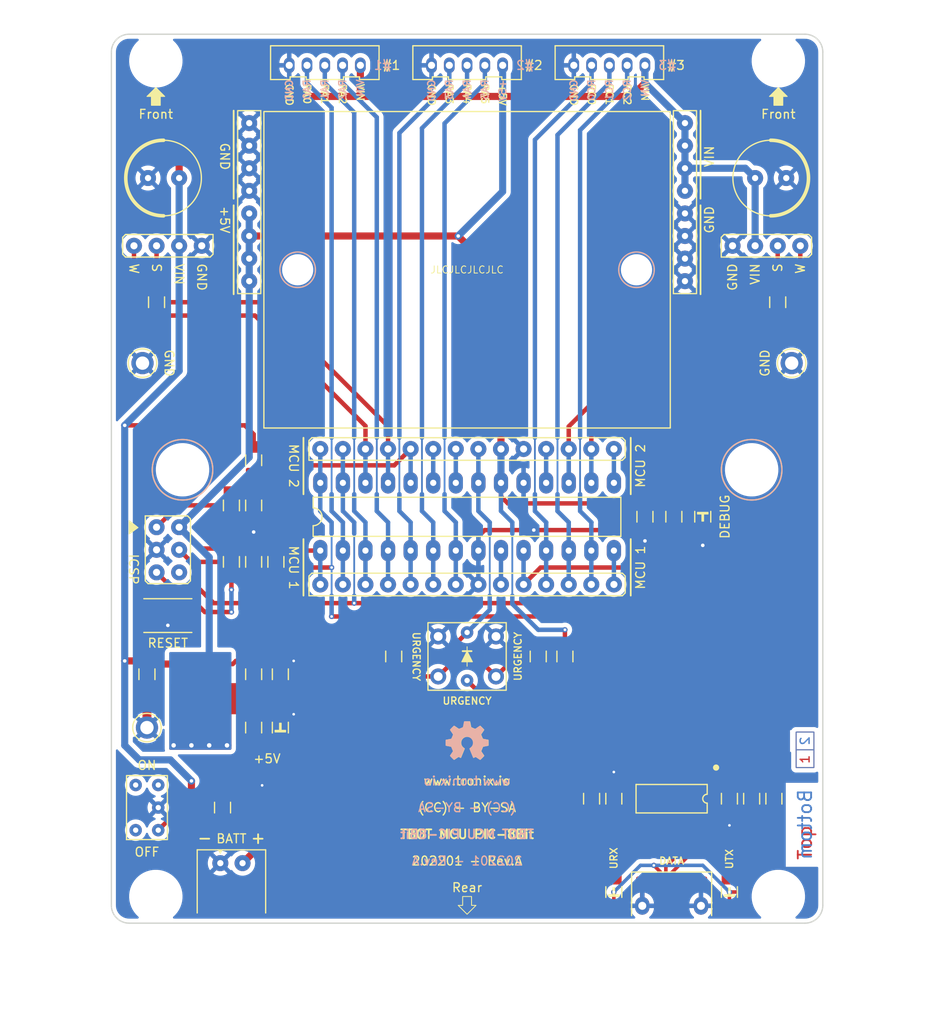
<source format=kicad_pcb>
(kicad_pcb (version 20211014) (generator pcbnew)
  (title_block (title "TBOT - MCU PIC-8Bit") (date "01/2022") (rev "A"))
  (layers (0 "F.Cu" signal) (31 "B.Cu" signal) (34 "B.Paste" user) (35 "F.Paste" user) (36 "B.SilkS" user "B.Silkscreen") (37 "F.SilkS" user "F.Silkscreen") (38 "B.Mask" user) (39 "F.Mask" user) (44 "Edge.Cuts" user))
  (net 0 "")
  (net 1 "GND")
  (net 2 "VIN")
  (net 3 "~{MCLR}")
  (net 4 "VUSB")
  (net 5 "VBAT")
  (net 6 "/MCU/RB3{slash}BATTERY_SENSE")
  (net 7 "Net-(C402-Pad1)")
  (net 8 "+5V")
  (net 9 "/HID/RA0")
  (net 10 "/HID/RA1")
  (net 11 "/HID/RA2")
  (net 12 "/HID/RA3")
  (net 13 "/HID/RA4")
  (net 14 "/HID/RA5")
  (net 15 "RB2")
  (net 16 "/HID/RA6{slash}LED")
  (net 17 "/HID/RC0")
  (net 18 "/HID/RC1")
  (net 19 "/HID/D-")
  (net 20 "/HID/D+")
  (net 21 "/HID/RC2")
  (net 22 "RB1")
  (net 23 "RC7")
  (net 24 "/HID/RC5{slash}SERVO_R")
  (net 25 "/HID/RC6{slash}WHEEL_R")
  (net 26 "RC4")
  (net 27 "/HID/RB0{slash}EMERGENCY")
  (net 28 "RC3")
  (net 29 "RA7")
  (net 30 "/HID/RB4{slash}WHEEL_L")
  (net 31 "/HID/RB5{slash}SERVO_L")
  (net 32 "Net-(IC401-Pad2)")
  (net 33 "Net-(IC401-Pad3)")
  (net 34 "Net-(IC401-Pad4)")
  (net 39 "Net-(LED201-Pad2)")
  (net 41 "/HID/RB6{slash}PGC{slash}UTX")
  (net 42 "Net-(LED401-Pad2)")
  (net 43 "/HID/RB7{slash}PGD{slash}URX")
  (net 44 "Net-(LED402-Pad1)")
  (net 45 "Net-(LED403-Pad1)")
  (net 46 "Net-(R402-Pad1)")
  (net 47 "Net-(K406-Pad3)")
  (net 48 "Net-(R201-Pad1)")
  (net 49 "Net-(R201-Pad2)")
  (net 50 "Net-(K408-Pad3)")
  (net 51 "Net-(C301-Pad1)")
  (net 53 "Net-(R401-Pad1)")
  (footprint "tronixio:RESISTOR-1206" (layer "F.Cu") (at 116 128 90)
    (fp_text reference "R202")
    (fp_text value "4K7")
  )
  (footprint "tronixio:HARWIN-M20-999144x" (layer "F.Cu") (at 123.49 111.9 90)
    (fp_text reference "K301")
    (fp_text value "MCU 1")
  )
  (footprint "tronixio:KEYSTONE-5006" (layer "F.Cu") (at 103.5 87)
    (fp_text reference "TP203")
    (fp_text value "GND")
  )
  (footprint "tronixio:E-SWITCH-200USPXT1A1M2RE" (layer "F.Cu") (at 104 137)
    (fp_text reference "S201")
    (fp_text value "Power")
  )
  (footprint "tronixio:M3-MASK" (layer "F.Cu") (at 105 147)
    (fp_text reference "H101" hide)
    (fp_text value "MOUNTING-HOLE-MASK-3MM" hide)
  )
  (footprint "tronixio:RESISTOR-1206" (layer "F.Cu") (at 163.25 104.28 -90)
    (fp_text reference "R404")
    (fp_text value "4K7")
  )
  (footprint "tronixio:KEYSTONE-5006" (layer "F.Cu") (at 104 128)
    (fp_text reference "TP202")
    (fp_text value "GND")
  )
  (footprint "tronixio:SOT-223-3" (layer "F.Cu") (at 110 124 -90)
    (fp_text reference "IC201")
    (fp_text value "TLV1117-50")
  )
  (footprint "tronixio:FCI-USB-TYPE-B-MICRO-THT" (layer "F.Cu") (at 163 147.5 90)
    (fp_text reference "K407")
    (fp_text value "USB/UART")
  )
  (footprint "tronixio:HARWIN-M20-999144x" (layer "F.Cu") (at 123.49 96.66 90)
    (fp_text reference "K303")
    (fp_text value "MCU 2")
  )
  (footprint "tronixio:OSHW-5MM" (layer "F.Cu") (at 140 129.5)
    (fp_text reference "G***" hide)
    (fp_text value "LOGO" hide)
  )
  (footprint "tronixio:M3-MASK" (layer "F.Cu") (at 108 99)
    (fp_text reference "H106" hide)
    (fp_text value "MOUNTING-HOLE-MASK-3MM" hide)
  )
  (footprint "tronixio:RESISTOR-1206" (layer "F.Cu") (at 174.93 80.15 90)
    (fp_text reference "R408")
    (fp_text value "220Ω")
  )
  (footprint "tronixio:RESISTOR-1206" (layer "F.Cu") (at 154 136 -90)
    (fp_text reference "R407")
    (fp_text value "4K7")
  )
  (footprint "tronixio:RESISTOR-1206" (layer "F.Cu") (at 118.5 109.36 -90)
    (fp_text reference "R302")
    (fp_text value "1K")
  )
  (footprint "tronixio:CAPACITOR-1206" (layer "F.Cu") (at 156.5 136 90)
    (fp_text reference "C402")
    (fp_text value "470n")
  )
  (footprint "tronixio:M3-MASK" (layer "F.Cu") (at 175 53)
    (fp_text reference "H104" hide)
    (fp_text value "MOUNTING-HOLE-MASK-3MM" hide)
  )
  (footprint "tronixio:LED-1206" (layer "F.Cu") (at 169.5 146.5 -90)
    (fp_text reference "LED403")
    (fp_text value "UTX")
  )
  (footprint "tronixio:CAPACITOR-1206" (layer "F.Cu") (at 116 122 90)
    (fp_text reference "C202")
    (fp_text value "100n")
  )
  (footprint "tronixio:DIP-28-W762-SOCKET" (layer "F.Cu") (at 123.49 108.09 90)
    (fp_text reference "IC301")
    (fp_text value "PIC16F1778")
  )
  (footprint "tronixio:E-SWITCH-TL1240XQ1JXXX" (layer "F.Cu") (at 140 120 180)
    (fp_text reference "S401")
    (fp_text value "EMERGENCY")
  )
  (footprint "tronixio:HARWIN-M20-782084x" (layer "F.Cu") (at 164.5 60)
    (fp_text reference "K403")
    (fp_text value "VIN" hide)
  )
  (footprint "tronixio:CAPACITOR-ELECTROLYTIC-RADIAL-080-115-035" (layer "F.Cu") (at 174.14 66.18)
    (fp_text reference "C404")
    (fp_text value "220µ/25V")
  )
  (footprint "tronixio:CAPACITOR-1206" (layer "F.Cu") (at 119 122 90)
    (fp_text reference "C203")
    (fp_text value "10µ")
  )
  (footprint "tronixio:M3-MASK" (layer "F.Cu") (at 175 147)
    (fp_text reference "H102" hide)
    (fp_text value "MOUNTING-HOLE-MASK-3MM" hide)
  )
  (footprint "tronixio:SOT-23-3" (layer "F.Cu") (at 116 137 -90)
    (fp_text reference "T201")
    (fp_text value "DMP2305U")
  )
  (footprint "tronixio:M3-MASK" (layer "F.Cu") (at 105 53)
    (fp_text reference "H105" hide)
    (fp_text value "MOUNTING-HOLE-MASK-3MM" hide)
  )
  (footprint "tronixio:CAPACITOR-1206" (layer "F.Cu") (at 116 109.36 90)
    (fp_text reference "C301")
    (fp_text value "100n")
  )
  (footprint "tronixio:CAPACITOR-1206" (layer "F.Cu") (at 104 122 -90)
    (fp_text reference "C201")
    (fp_text value "10µ")
  )
  (footprint "tronixio:LED-1206" (layer "F.Cu") (at 119 128 -90)
    (fp_text reference "LED201")
    (fp_text value "Power")
  )
  (footprint "tronixio:RESISTOR-1206" (layer "F.Cu") (at 113.5 109.36 90)
    (fp_text reference "R301")
    (fp_text value "10K")
  )
  (footprint "tronixio:KEYSTONE-5006" (layer "F.Cu") (at 176.5 87)
    (fp_text reference "TP201")
    (fp_text value "GND")
  )
  (footprint "tronixio:RESISTOR-1206" (layer "F.Cu") (at 148 120 -90)
    (fp_text reference "R402")
    (fp_text value "150Ω")
  )
  (footprint "tronixio:LED-1206" (layer "F.Cu") (at 156.5 146.5 -90)
    (fp_text reference "LED402")
    (fp_text value "URX")
  )
  (footprint "tronixio:HARWIN-M20-999044x" (layer "F.Cu") (at 169.85 73.8 90)
    (fp_text reference "K408")
    (fp_text value "SERVO RIGHT")
  )
  (footprint "tronixio:RESISTOR-1206" (layer "F.Cu") (at 116 97.93 90)
    (fp_text reference "R203")
    (fp_text value "7K5")
  )
  (footprint "tronixio:BREADBOARD-170" (layer "F.Cu") (at 140 76.5)
    (fp_text reference "BB401")
    (fp_text value "BREADBOARD-170" hide)
  )
  (footprint "tronixio:RESISTOR-1206" (layer "F.Cu") (at 113.5 103.01 90)
    (fp_text reference "R204")
    (fp_text value "10K")
  )
  (footprint "tronixio:HARWIN-M20-998034x" (layer "F.Cu") (at 105.08 105.46)
    (fp_text reference "K302")
    (fp_text value "ICSP")
  )
  (footprint "tronixio:CAPACITOR-1206" (layer "F.Cu") (at 169.5 136 -90)
    (fp_text reference "C403")
    (fp_text value "100n")
  )
  (footprint "tronixio:RESISTOR-1206" (layer "F.Cu") (at 151 120 90)
    (fp_text reference "R401")
    (fp_text value "220Ω")
  )
  (footprint "tronixio:MOLEX-22057025" (layer "F.Cu") (at 112.25 143.25 180)
    (fp_text reference "K201")
    (fp_text value "Battery")
  )
  (footprint "tronixio:RESISTOR-1206" (layer "F.Cu") (at 172 136 -90)
    (fp_text reference "R409")
    (fp_text value "4K7")
  )
  (footprint "tronixio:LED-1206" (layer "F.Cu") (at 166.5 104.28 90)
    (fp_text reference "LED401")
    (fp_text value "Debug")
  )
  (footprint "tronixio:RESISTOR-1206" (layer "F.Cu") (at 105.08 80.15 90)
    (fp_text reference "R405")
    (fp_text value "220Ω")
  )
  (footprint "tronixio:RESISTOR-1206" (layer "F.Cu") (at 112.5 137 90)
    (fp_text reference "R201")
    (fp_text value "1M")
  )
  (footprint "tronixio:HARWIN-M20-782084x" (layer "F.Cu") (at 115.5 77.78 180)
    (fp_text reference "K404")
    (fp_text value "+5V")
  )
  (footprint "tronixio:M3-MASK" (layer "F.Cu") (at 172 99)
    (fp_text reference "H103" hide)
    (fp_text value "MOUNTING-HOLE-MASK-3MM" hide)
  )
  (footprint "tronixio:MOLEX-532530570" (layer "F.Cu") (at 136 53.5)
    (fp_text reference "K402")
    (fp_text value "FRONT #2")
  )
  (footprint "tronixio:MOLEX-532530570" (layer "F.Cu") (at 152 53.5)
    (fp_text reference "K405")
    (fp_text value "FRONT #3")
  )
  (footprint "tronixio:HARWIN-M20-999044x" (layer "F.Cu") (at 110.16 73.8 -90)
    (fp_text reference "K406")
    (fp_text value "SERVO LEFT")
  )
  (footprint "tronixio:ALPS-SKRPAC" (layer "F.Cu") (at 106.35 115.4)
    (fp_text reference "S301")
    (fp_text value "Reset")
  )
  (footprint "tronixio:CAPACITOR-1206" (layer "F.Cu") (at 160 104.28 -90)
    (fp_text reference "C302")
    (fp_text value "100n")
  )
  (footprint "tronixio:SOT-23-3" (layer "F.Cu") (at 109 137 90)
    (fp_text reference "T202")
    (fp_text value "DMP2305U")
  )
  (footprint "tronixio:RESISTOR-1206" (layer "F.Cu") (at 131.75 120 90)
    (fp_text reference "R403")
    (fp_text value "330Ω")
  )
  (footprint "tronixio:MOLEX-532530570" (layer "F.Cu") (at 120 53.5)
    (fp_text reference "K401")
    (fp_text value "FRONT #1")
  )
  (footprint "tronixio:CAPACITOR-ELECTROLYTIC-RADIAL-080-115-035" (layer "F.Cu") (at 105.87 66.18 180)
    (fp_text reference "C401")
    (fp_text value "220µ/25V")
  )
  (footprint "tronixio:CAPACITOR-1206" (layer "F.Cu") (at 116 103.01 -90)
    (fp_text reference "C204")
    (fp_text value "100n")
  )
  (footprint "tronixio:RESISTOR-1206" (layer "F.Cu") (at 174.5 136 -90)
    (fp_text reference "R406")
    (fp_text value "10K")
  )
  (footprint "tronixio:SOIC-SL-14" (layer "F.Cu") (at 163 136 -90)
    (fp_text reference "IC401")
    (fp_text value "MCP2221A")
  )
  (footprint "tronixio:OSHW-5MM" (layer "B.Cu") (at 140 129.5 180)
    (fp_text reference "G***" hide)
    (fp_text value "LOGO" hide)
  )
  (gr_rect (start 179 132.5) (end 177 128.5) (layer "F.Cu") (width 0.1) (fill none))
  (gr_line (start 179 130.5) (end 177 130.5) (layer "F.Cu") (width 0.1))
  (gr_line (start 179 130.5) (end 177 130.5) (layer "B.Cu") (width 0.1))
  (gr_rect (start 179 132.5) (end 177 128.5) (layer "B.Cu") (width 0.1) (fill none))
  (gr_line (start 158.4 95.4) (end 158.4 101.75) (layer "F.SilkS") (width 0.2))
  (gr_line (start 121.6 113.15) (end 121.6 106.8) (layer "F.SilkS") (width 0.2))
  (gr_line (start 113.75 58.6) (end 113.75 68.5) (layer "F.SilkS") (width 0.2))
  (gr_line (start 166.25 69.25) (end 166.25 79.25) (layer "F.SilkS") (width 0.2))
  (gr_line (start 113.75 69.25) (end 113.75 79.25) (layer "F.SilkS") (width 0.2))
  (gr_circle (center 168 132.5) (end 168.25 132.5) (layer "F.SilkS") (width 0.2) (fill solid))
  (gr_line (start 111 140.5) (end 110 140.5) (layer "F.SilkS") (width 0.2))
  (gr_poly (pts (xy 106 57) (xy 105.5 57) (xy 105.5 58) (xy 104.5 58) (xy 104.5 57) (xy 104 57) (xy 105 56)) (layer "F.SilkS") (width 0.1) (fill solid))
  (gr_line (start 116 140.5) (end 117 140.5) (layer "F.SilkS") (width 0.2))
  (gr_poly (pts (xy 103 105.5) (xy 102 106.22) (xy 102 104.72)) (layer "F.SilkS") (width 0.1) (fill solid))
  (gr_line (start 166.25 58.6) (end 166.25 68.5) (layer "F.SilkS") (width 0.2))
  (gr_poly (pts (xy 176 57) (xy 175.5 57) (xy 175.5 58) (xy 174.5 58) (xy 174.5 57) (xy 174 57) (xy 175 56)) (layer "F.SilkS") (width 0.1) (fill solid))
  (gr_poly (pts (xy 140.5 148) (xy 141 148) (xy 140 149) (xy 139 148) (xy 139.5 148) (xy 139.5 147) (xy 140.5 147)) (layer "F.SilkS") (width 0.1) (fill none))
  (gr_line (start 116.5 140) (end 116.5 141) (layer "F.SilkS") (width 0.2))
  (gr_line (start 158.4 113.15) (end 158.4 106.8) (layer "F.SilkS") (width 0.2))
  (gr_line (start 121.6 95.4) (end 121.6 101.75) (layer "F.SilkS") (width 0.2))
  (gr_arc (start 100 52) (mid 100.585786 50.585787) (end 101.999999 50.000001) (layer "Edge.Cuts") (width 0.15))
  (gr_arc (start 178.000001 49.999999) (mid 179.414214 50.585786) (end 180 52) (layer "Edge.Cuts") (width 0.15))
  (gr_line (start 178 50) (end 102 50) (layer "Edge.Cuts") (width 0.15))
  (gr_line (start 100 52) (end 100 148) (layer "Edge.Cuts") (width 0.15))
  (gr_line (start 102 150) (end 178 150) (layer "Edge.Cuts") (width 0.15))
  (gr_line (start 180 148) (end 180 52) (layer "Edge.Cuts") (width 0.15))
  (gr_arc (start 180 148) (mid 179.414214 149.414213) (end 178.000001 149.999999) (layer "Edge.Cuts") (width 0.15))
  (gr_arc (start 102 150) (mid 100.585787 149.414214) (end 100.000001 148.000001) (layer "Edge.Cuts") (width 0.15))
  (gr_text "Top" (at 178 143 90) (layer "F.Cu") (effects (font (size 1.5 1.5) (thickness 0.2)) (justify left)))
  (gr_text "1" (at 178 131.57 90) (layer "F.Cu") (effects (font (size 1 1))))
  (gr_text "2" (at 178 129.5 90) (layer "B.Cu") (effects (font (size 1 1)) (justify mirror)))
  (gr_text "Bottom" (at 178 143 90) (layer "B.Cu") (effects (font (size 1.5 1.5) (thickness 0.2)) (justify right mirror)))
  (gr_text "RA0" (at 122 55 90) (layer "B.SilkS") (effects (font (size 0.8 0.8)) (justify left mirror)))
  (gr_text "#1" (at 130.5 53.5) (layer "B.SilkS") (effects (font (size 1 1)) (justify mirror)))
  (gr_text "(CC) - BY-SA" (at 140 137) (layer "B.SilkS") (effects (font (size 1 1)) (justify mirror)))
  (gr_text "GND" (at 120 55 90) (layer "B.SilkS") (effects (font (size 0.8 0.8)) (justify left mirror)))
  (gr_text "RA1" (at 124 55 90) (layer "B.SilkS") (effects (font (size 0.8 0.8)) (justify left mirror)))
  (gr_text "+5V" (at 144 55 90) (layer "B.SilkS") (effects (font (size 0.8 0.8)) (justify left mirror)))
  (gr_text "202201 - Rev.A" (at 140 143) (layer "B.SilkS") (effects (font (size 1 1)) (justify mirror)))
  (gr_text "TBOT MCU PIC-8Bit" (at 140 140) (layer "B.SilkS") (effects (font (size 1 1) (thickness 0.2)) (justify mirror)))
  (gr_text "RA5" (at 142 55 90) (layer "B.SilkS") (effects (font (size 0.8 0.8)) (justify left mirror)))
  (gr_text "RC2" (at 158 55 90) (layer "B.SilkS") (effects (font (size 0.8 0.8)) (justify left mirror)))
  (gr_text "www.tronix.io" (at 140 134) (layer "B.SilkS") (effects (font (size 1 1)) (justify mirror)))
  (gr_text "RC0" (at 154 55 90) (layer "B.SilkS") (effects (font (size 0.8 0.8)) (justify left mirror)))
  (gr_text "RA4" (at 140 55 90) (layer "B.SilkS") (effects (font (size 0.8 0.8)) (justify left mirror)))
  (gr_text "VIN" (at 128 55 90) (layer "B.SilkS") (effects (font (size 0.8 0.8)) (justify left mirror)))
  (gr_text "VIN" (at 160 55 90) (layer "B.SilkS") (effects (font (size 0.8 0.8)) (justify left mirror)))
  (gr_text "#2" (at 146.5 53.5) (layer "B.SilkS") (effects (font (size 1 1)) (justify mirror)))
  (gr_text "RA3" (at 138 55 90) (layer "B.SilkS") (effects (font (size 0.8 0.8)) (justify left mirror)))
  (gr_text "#3" (at 162.5 53.5) (layer "B.SilkS") (effects (font (size 1 1)) (justify mirror)))
  (gr_text "RA2" (at 126 55 90) (layer "B.SilkS") (effects (font (size 0.8 0.8)) (justify left mirror)))
  (gr_text "GND" (at 152 55 90) (layer "B.SilkS") (effects (font (size 0.8 0.8)) (justify left mirror)))
  (gr_text "RC1" (at 156 55 90) (layer "B.SilkS") (effects (font (size 0.8 0.8)) (justify left mirror)))
  (gr_text "GND" (at 136 55 90) (layer "B.SilkS") (effects (font (size 0.8 0.8)) (justify left mirror)))
  (gr_text "VIN" (at 167.25 63.75 90) (layer "F.SilkS") (effects (font (size 1 1))))
  (gr_text "Rear" (at 140 146) (layer "F.SilkS") (effects (font (size 1 1))))
  (gr_text "Front" (at 175 59) (layer "F.SilkS") (effects (font (size 1 1))))
  (gr_text "TBOT MCU PIC-8Bit" (at 140 140) (layer "F.SilkS") (effects (font (size 1 1) (thickness 0.2))))
  (gr_text "MCU 2" (at 159.5 98.55 90) (layer "F.SilkS") (effects (font (size 1 1))))
  (gr_text "S" (at 105.08 75.705 270) (layer "F.SilkS") (effects (font (size 1 1)) (justify left)))
  (gr_text "GND" (at 112.75 63.75 270) (layer "F.SilkS") (effects (font (size 1 1))))
  (gr_text "JLCJLCJLCJLC" (at 140 76.5) (layer "F.SilkS") (effects (font (size 0.8 0.8) (thickness 0.1))))
  (gr_text "W" (at 102.54 75.705 270) (layer "F.SilkS") (effects (font (size 1 1)) (justify left)))
  (gr_text "RESET" (at 106.35 118.5) (layer "F.SilkS") (effects (font (size 1 1))))
  (gr_text "DATA" (at 163 143) (layer "F.SilkS") (effects (font (size 0.8 0.8))))
  (gr_text "URX" (at 156.5 144 90) (layer "F.SilkS") (effects (font (size 0.8 0.8)) (justify left)))
  (gr_text "GND" (at 110.16 75.705 270) (layer "F.SilkS") (effects (font (size 1 1)) (justify left)))
  (gr_text "GND" (at 136 55.5 270) (layer "F.SilkS") (effects (font (size 0.8 0.8)) (justify left)))
  (gr_text "ON" (at 104 132.25) (layer "F.SilkS") (effects (font (size 1 1))))
  (gr_text "RA1" (at 124 55.5 270) (layer "F.SilkS") (effects (font (size 0.8 0.8)) (justify left)))
  (gr_text "#3" (at 163.5 53.5) (layer "F.SilkS") (effects (font (size 1 1))))
  (gr_text "RA4" (at 140 55.5 270) (layer "F.SilkS") (effects (font (size 0.8 0.8)) (justify left)))
  (gr_text "www.tronix.io" (at 140 134) (layer "F.SilkS") (effects (font (size 1 1))))
  (gr_text "RA0" (at 122 55.5 270) (layer "F.SilkS") (effects (font (size 0.8 0.8)) (justify left)))
  (gr_text "VIN" (at 172.39 75.705 90) (layer "F.SilkS") (effects (font (size 1 1)) (justify right)))
  (gr_text "ICSP" (at 102.5 112 270) (layer "F.SilkS") (effects (font (size 1 1)) (justify right)))
  (gr_text "UTX" (at 169.5 144 90) (layer "F.SilkS") (effects (font (size 0.8 0.8)) (justify left)))
  (gr_text "URGENCY" (at 140 125) (layer "F.SilkS") (effects (font (size 0.8 0.8))))
  (gr_text "RA2" (at 126 55.5 270) (layer "F.SilkS") (effects (font (size 0.8 0.8)) (justify left)))
  (gr_text "VIN" (at 107.62 75.705 270) (layer "F.SilkS") (effects (font (size 1 1)) (justify left)))
  (gr_text "DEBUG" (at 169 104.28 90) (layer "F.SilkS") (effects (font (size 1 1))))
  (gr_text "202201 - Rev.A" (at 140 143) (layer "F.SilkS") (effects (font (size 1 1))))
  (gr_text "GND" (at 152 55.5 270) (layer "F.SilkS") (effects (font (size 0.8 0.8)) (justify left)))
  (gr_text "GND" (at 169.85 75.705 90) (layer "F.SilkS") (effects (font (size 1 1)) (justify right)))
  (gr_text "MCU 2" (at 120.5 98.55 270) (layer "F.SilkS") (effects (font (size 1 1))))
  (gr_text "RA3" (at 138 55.5 270) (layer "F.SilkS") (effects (font (size 0.8 0.8)) (justify left)))
  (gr_text "RA5" (at 142 55.5 270) (layer "F.SilkS") (effects (font (size 0.8 0.8)) (justify left)))
  (gr_text "GND" (at 120 55.5 270) (layer "F.SilkS") (effects (font (size 0.8 0.8)) (justify left)))
  (gr_text "URGENCY" (at 134.29 120 270) (layer "F.SilkS") (effects (font (size 0.8 0.8))))
  (gr_text "MCU 1" (at 120.5 110 270) (layer "F.SilkS") (effects (font (size 1 1))))
  (gr_text "VIN" (at 160 55.5 270) (layer "F.SilkS") (effects (font (size 0.8 0.8)) (justify left)))
  (gr_text "#2" (at 147.5 53.5) (layer "F.SilkS") (effects (font (size 1 1))))
  (gr_text "GND" (at 106.5 87 270) (layer "F.SilkS") (effects (font (size 1 1))))
  (gr_text "GND" (at 167.25 69.25 90) (layer "F.SilkS") (effects (font (size 1 1)) (justify right)))
  (gr_text "S" (at 174.93 75.705 90) (layer "F.SilkS") (effects (font (size 1 1)) (justify right)))
  (gr_text "OFF" (at 104 142) (layer "F.SilkS") (effects (font (size 1 1))))
  (gr_text "+5V" (at 144 55.5 270) (layer "F.SilkS") (effects (font (size 0.8 0.8)) (justify left)))
  (gr_text "+5V" (at 117.5 131.5) (layer "F.SilkS") (effects (font (size 1 1))))
  (gr_text "Front" (at 105 59) (layer "F.SilkS") (effects (font (size 1 1))))
  (gr_text "W" (at 177.47 75.705 90) (layer "F.SilkS") (effects (font (size 1 1)) (justify right)))
  (gr_text "VIN" (at 128 55.5 270) (layer "F.SilkS") (effects (font (size 0.8 0.8)) (justify left)))
  (gr_text "+5V" (at 112.75 69.25 270) (layer "F.SilkS") (effects (font (size 1 1)) (justify left)))
  (gr_text "MCU 1" (at 159.5 110 90) (layer "F.SilkS") (effects (font (size 1 1))))
  (gr_text "GND" (at 173.5 87 90) (layer "F.SilkS") (effects (font (size 1 1))))
  (gr_text "URGENCY" (at 145.72 120 90) (layer "F.SilkS") (effects (font (size 0.8 0.8))))
  (gr_text "(CC) - BY-SA" (at 140 137) (layer "F.SilkS") (effects (font (size 1 1))))
  (gr_text "RC2" (at 158 55.5 270) (layer "F.SilkS") (effects (font (size 0.8 0.8)) (justify left)))
  (gr_text "BATT" (at 113.5 140.5) (layer "F.SilkS") (effects (font (size 1 1))))
  (gr_text "#1" (at 131.5 53.5) (layer "F.SilkS") (effects (font (size 1 1))))
  (gr_text "RC0" (at 154 55.5 270) (layer "F.SilkS") (effects (font (size 0.8 0.8)) (justify left)))
  (gr_text "RC1" (at 156 55.5 270) (layer "F.SilkS") (effects (font (size 0.8 0.8)) (justify left)))
  (segment (start 160 107) (end 160 105.78) (width 0.5) (layer "F.Cu") (net 1))
  (segment (start 166.5 107.5) (end 166.5 105.78) (width 0.5) (layer "F.Cu") (net 1))
  (segment (start 160 105.78) (end 147.5 105.78) (width 0.5) (layer "F.Cu") (net 1))
  (segment (start 164.75 145.25) (end 164.3 145.25) (width 0.4) (layer "F.Cu") (net 1))
  (segment (start 141.27 106.5) (end 141.27 108.09) (width 0.5) (layer "F.Cu") (net 1))
  (segment (start 104.25 116.5) (end 108.45 116.5) (width 0.5) (layer "F.Cu") (net 1))
  (segment (start 159.7 148.05) (end 159.7 145.75) (width 0.5) (layer "F.Cu") (net 1))
  (segment (start 113.5 104.51) (end 116 104.51) (width 0.5) (layer "F.Cu") (net 1))
  (segment (start 166.3 148.05) (end 166.3 145.75) (width 0.5) (layer "F.Cu") (net 1))
  (segment (start 147.5 105.78) (end 141.99 105.78) (width 0.5) (layer "F.Cu") (net 1))
  (segment (start 104 128) (end 104 123.5) (width 1) (layer "F.Cu") (net 1))
  (segment (start 156.5 134.5) (end 156.5 133) (width 0.5) (layer "F.Cu") (net 1))
  (segment (start 114 120.5) (end 116 120.5) (width 0.5) (layer "F.Cu") (net 1))
  (segment (start 168 139) (end 169.5 139) (width 0.5) (layer "F.Cu") (net 1))
  (segment (start 119 126.5) (end 120.5 126.5) (width 0.5) (layer "F.Cu") (net 1))
  (segment (start 167.8 138.8) (end 168 139) (width 0.5) (layer "F.Cu") (net 1))
  (segment (start 119 120.5) (end 116 120.5) (width 0.5) (layer "F.Cu") (net 1))
  (segment (start 166.2 145.65) (end 165.15 145.65) (width 0.4) (layer "F.Cu") (net 1))
  (segment (start 116.95 135.8) (end 116.95 134.5) (width 0.8) (layer "F.Cu") (net 1))
  (segment (start 141.99 105.78) (end 141.27 106.5) (width 0.5) (layer "F.Cu") (net 1))
  (segment (start 112.3 120.85) (end 113.65 120.85) (width 0.5) (layer "F.Cu") (net 1))
  (segment (start 116 106) (end 116 107.86) (width 0.5) (layer "F.Cu") (net 1))
  (segment (start 116 104.51) (end 116 106) (width 0.5) (layer "F.Cu") (net 1))
  (segment (start 169.5 137.5) (end 169.5 139) (width 0.5) (layer "F.Cu") (net 1))
  (segment (start 165.15 145.65) (end 164.75 145.25) (width 0.4) (layer "F.Cu") (net 1))
  (segment (start 113.65 120.85) (end 114 120.5) (width 0.5) (layer "F.Cu") (net 1))
  (segment (start 166.81 138.8) (end 167.8 138.8) (width 0.5) (layer "F.Cu") (net 1))
  (segment (start 119 120.5) (end 120.5 120.5) (width 0.5) (layer "F.Cu") (net 1))
  (via (at 116.95 134.5) (size 0.6) (drill 0.3) (layers "F.Cu" "B.Cu") (net 1))
  (via (at 156.5 133) (size 0.6) (drill 0.3) (layers "F.Cu" "B.Cu") (net 1))
  (via (at 160 107) (size 0.8) (drill 0.4) (layers "F.Cu" "B.Cu") (net 1))
  (via (at 120.5 120.5) (size 0.6) (drill 0.3) (layers "F.Cu" "B.Cu") (net 1))
  (via (at 116 106) (size 0.8) (drill 0.4) (layers "F.Cu" "B.Cu") (net 1))
  (via (at 166.5 107.5) (size 0.8) (drill 0.4) (layers "F.Cu" "B.Cu") (net 1))
  (via (at 147.5 105.78) (size 0.8) (drill 0.4) (layers "F.Cu" "B.Cu") (net 1))
  (via (at 120.5 126.5) (size 0.6) (drill 0.3) (layers "F.Cu" "B.Cu") (net 1))
  (via (at 106.35 116.5) (size 0.8) (drill 0.4) (layers "F.Cu" "B.Cu") (net 1))
  (via (at 169.5 139) (size 0.6) (drill 0.3) (layers "F.Cu" "B.Cu") (net 1))
  (segment (start 141.27 111.9) (end 141.27 108.09) (width 0.5) (layer "B.Cu") (net 1))
  (segment (start 116 95) (end 115 94) (width 0.5) (layer "F.Cu") (net 2))
  (segment (start 116 96.43) (end 116 95) (width 0.5) (layer "F.Cu") (net 2))
  (segment (start 109 135.8) (end 109 134) (width 0.8) (layer "F.Cu") (net 2))
  (segment (start 105.775 120.85) (end 105.425 120.5) (width 0.8) (layer "F.Cu") (net 2))
  (segment (start 107.62 63.38) (end 114 57) (width 0.8) (layer "F.Cu") (net 2))
  (segment (start 114 57) (end 128 57) (width 0.8) (layer "F.Cu") (net 2))
  (segment (start 128 53.5) (end 128 57) (width 0.8) (layer "F.Cu") (net 2))
  (segment (start 107.62 66.18) (end 107.62 63.38) (width 0.8) (layer "F.Cu") (net 2))
  (segment (start 160 53.5) (end 160 55.5) (width 0.8) (layer "F.Cu") (net 2))
  (segment (start 158.5 57) (end 128 57) (width 0.8) (layer "F.Cu") (net 2))
  (segment (start 104 120.5) (end 101.5 120.5) (width 0.8) (layer "F.Cu") (net 2))
  (segment (start 115 94) (end 101.5 94) (width 0.5) (layer "F.Cu") (net 2))
  (segment (start 107.7 120.85) (end 105.775 120.85) (width 0.8) (layer "F.Cu") (net 2))
  (segment (start 160 55.5) (end 158.5 57) (width 0.8) (layer "F.Cu") (net 2))
  (segment (start 105.425 120.5) (end 104 120.5) (width 0.8) (layer "F.Cu") (net 2))
  (via (at 109 134) (size 0.8) (drill 0.4) (layers "F.Cu" "B.Cu") (net 2))
  (via (at 101.5 120.5) (size 0.8) (drill 0.4) (layers "F.Cu" "B.Cu") (net 2))
  (via (at 101.5 94) (size 0.8) (drill 0.4) (layers "F.Cu" "B.Cu") (net 2))
  (segment (start 164.5 62.54) (end 164.5 60) (width 0.8) (layer "B.Cu") (net 2))
  (segment (start 107.62 73.8) (end 107.62 66.18) (width 0.8) (layer "B.Cu") (net 2))
  (segment (start 164.5 60) (end 160 55.5) (width 0.8) (layer "B.Cu") (net 2))
  (segment (start 172.39 73.8) (end 172.39 66.18) (width 0.8) (layer "B.Cu") (net 2))
  (segment (start 164.5 65.08) (end 164.5 62.54) (width 0.8) (layer "B.Cu") (net 2))
  (segment (start 160 55.5) (end 160 53.5) (width 0.8) (layer "B.Cu") (net 2))
  (segment (start 106.63 131.63) (end 109 134) (width 0.8) (layer "B.Cu") (net 2))
  (segment (start 171.29 65.08) (end 164.5 65.08) (width 0.8) (layer "B.Cu") (net 2))
  (segment (start 101.5 94) (end 107.62 87.88) (width 0.8) (layer "B.Cu") (net 2))
  (segment (start 101.5 130) (end 101.5 94) (width 0.8) (layer "B.Cu") (net 2))
  (segment (start 164.5 67.62) (end 164.5 65.08) (width 0.8) (layer "B.Cu") (net 2))
  (segment (start 103.13 131.63) (end 101.5 130) (width 0.8) (layer "B.Cu") (net 2))
  (segment (start 103.13 131.63) (end 106.63 131.63) (width 0.8) (layer "B.Cu") (net 2))
  (segment (start 172.39 66.18) (end 171.29 65.08) (width 0.8) (layer "B.Cu") (net 2))
  (segment (start 107.62 87.88) (end 107.62 73.8) (width 0.8) (layer "B.Cu") (net 2))
  (segment (start 118.5 107.86) (end 120.36 107.86) (width 0.5) (layer "F.Cu") (net 3))
  (segment (start 107.54 103) (end 105.08 105.46) (width 0.5) (layer "F.Cu") (net 3))
  (segment (start 118.5 104) (end 117.5 103) (width 0.5) (layer "F.Cu") (net 3))
  (segment (start 117.5 103) (end 107.54 103) (width 0.5) (layer "F.Cu") (net 3))
  (segment (start 120.36 107.86) (end 120.59 108.09) (width 0.5) (layer "F.Cu") (net 3))
  (segment (start 118.5 107.86) (end 118.5 104) (width 0.5) (layer "F.Cu") (net 3))
  (segment (start 120.59 108.09) (end 123.49 108.09) (width 0.5) (layer "F.Cu") (net 3))
  (segment (start 123.49 108.09) (end 123.49 111.9) (width 0.5) (layer "B.Cu") (net 3))
  (segment (start 161.7 144.2) (end 161.7 145.25) (width 0.4) (layer "F.Cu") (net 4))
  (segment (start 170.5 146.5) (end 174.5 142.5) (width 0.4) (layer "F.Cu") (net 4))
  (segment (start 169.2 133.2) (end 169.5 133.5) (width 0.5) (layer "F.Cu") (net 4))
  (segment (start 161 143.5) (end 161.7 144.2) (width 0.4) (layer "F.Cu") (net 4))
  (segment (start 166.81 133.2) (end 169.2 133.2) (width 0.5) (layer "F.Cu") (net 4))
  (segment (start 169.5 146.5) (end 170.5 146.5) (width 0.4) (layer "F.Cu") (net 4))
  (segment (start 169.5 133.5) (end 169.5 134.5) (width 0.5) (layer "F.Cu") (net 4))
  (segment (start 174.5 137.5) (end 174.5 136.5) (width 0.4) (layer "F.Cu") (net 4))
  (segment (start 174.5 136.5) (end 174 136) (width 0.4) (layer "F.Cu") (net 4))
  (segment (start 169.5 135.5) (end 169.5 134.5) (width 0.4) (layer "F.Cu") (net 4))
  (segment (start 174 136) (end 170 136) (width 0.4) (layer "F.Cu") (net 4))
  (segment (start 156.5 148) (end 156.5 146.5) (width 0.4) (layer "F.Cu") (net 4))
  (segment (start 174.5 142.5) (end 174.5 137.5) (width 0.4) (layer "F.Cu") (net 4))
  (segment (start 169.5 148) (end 169.5 146.5) (width 0.4) (layer "F.Cu") (net 4))
  (segment (start 170 136) (end 169.5 135.5) (width 0.4) (layer "F.Cu") (net 4))
  (via (at 161 143.5) (size 0.6) (drill 0.3) (layers "F.Cu" "B.Cu") (net 4))
  (via (at 169.5 146.5) (size 0.6) (drill 0.3) (layers "F.Cu" "B.Cu") (net 4))
  (via (at 156.5 146.5) (size 0.6) (drill 0.3) (layers "F.Cu" "B.Cu") (net 4))
  (segment (start 166.5 143.5) (end 169.5 146.5) (width 0.4) (layer "B.Cu") (net 4))
  (segment (start 159.5 143.5) (end 156.5 146.5) (width 0.4) (layer "B.Cu") (net 4))
  (segment (start 161 143.5) (end 159.5 143.5) (width 0.4) (layer "B.Cu") (net 4))
  (segment (start 161 143.5) (end 166.5 143.5) (width 0.4) (layer "B.Cu") (net 4))
  (segment (start 116 142) (end 116 138.2) (width 0.8) (layer "F.Cu") (net 5))
  (segment (start 114.75 143.25) (end 116 142) (width 0.8) (layer "F.Cu") (net 5))
  (segment (start 116 99.43) (end 117.57 99.43) (width 0.5) (layer "F.Cu") (net 6))
  (segment (start 118.5 98.5) (end 131.81 98.5) (width 0.5) (layer "F.Cu") (net 6))
  (segment (start 131.81 98.5) (end 133.65 96.66) (width 0.5) (layer "F.Cu") (net 6))
  (segment (start 113.5 101.51) (end 116 101.51) (width 0.5) (layer "F.Cu") (net 6))
  (segment (start 117.57 99.43) (end 118.5 98.5) (width 0.5) (layer "F.Cu") (net 6))
  (segment (start 116 101.51) (end 116 99.43) (width 0.5) (layer "F.Cu") (net 6))
  (segment (start 133.65 96.66) (end 133.65 100.47) (width 0.5) (layer "B.Cu") (net 6))
  (segment (start 162.5 137) (end 163 137.5) (width 0.5) (layer "F.Cu") (net 7))
  (segment (start 156.5 137.5) (end 158 137.5) (width 0.5) (layer "F.Cu") (net 7))
  (segment (start 163 137.5) (end 163 138.8) (width 0.5) (layer "F.Cu") (net 7))
  (segment (start 158.5 137) (end 162.5 137) (width 0.5) (layer "F.Cu") (net 7))
  (segment (start 158 137.5) (end 158.5 137) (width 0.5) (layer "F.Cu") (net 7))
  (segment (start 115.5 72.7) (end 139 72.7) (width 0.8) (layer "F.Cu") (net 8))
  (segment (start 110.02 107.86) (end 107.62 105.46) (width 0.5) (layer "F.Cu") (net 8))
  (segment (start 143.81 96.66) (end 143.81 77.51) (width 0.8) (layer "F.Cu") (net 8))
  (segment (start 143.81 77.51) (end 139 72.7) (width 0.8) (layer "F.Cu") (net 8))
  (segment (start 110 127.15) (end 110 120.85) (width 1) (layer "F.Cu") (net 8))
  (segment (start 151 118.5) (end 151 117) (width 0.5) (layer "F.Cu") (net 8))
  (segment (start 143.81 102) (end 143.81 100.47) (width 0.5) (layer "F.Cu") (net 8))
  (segment (start 144.59 102.78) (end 143.81 102) (width 0.5) (layer "F.Cu") (net 8))
  (segment (start 160 102.78) (end 144.59 102.78) (width 0.5) (layer "F.Cu") (net 8))
  (segment (start 113.5 107.86) (end 110.02 107.86) (width 0.5) (layer "F.Cu") (net 8))
  (via (at 111 130) (size 1) (drill 0.5) (layers "F.Cu" "B.Cu") (net 8))
  (via (at 151 117) (size 0.6) (drill 0.3) (layers "F.Cu" "B.Cu") (net 8))
  (via (at 139 72.7) (size 0.8) (drill 0.4) (layers "F.Cu" "B.Cu") (net 8))
  (via (at 107 130) (size 1) (drill 0.5) (layers "F.Cu" "B.Cu") (net 8))
  (via (at 109 130) (size 1) (drill 0.5) (layers "F.Cu" "B.Cu") (net 8))
  (via (at 113 130) (size 1) (drill 0.5) (layers "F.Cu" "B.Cu") (net 8))
  (segment (start 148 117) (end 145.085 114.085) (width 0.5) (layer "B.Cu") (net 8))
  (segment (start 144 67.7) (end 144 53.5) (width 0.8) (layer "B.Cu") (net 8))
  (segment (start 143.81 96.66) (end 143.81 100.47) (width 0.8) (layer "B.Cu") (net 8))
  (segment (start 143.81 103.64) (end 143.81 100.47) (width 0.5) (layer "B.Cu") (net 8))
  (segment (start 139 72.7) (end 144 67.7) (width 0.8) (layer "B.Cu") (net 8))
  (segment (start 145.085 104.915) (end 143.81 103.64) (width 0.5) (layer "B.Cu") (net 8))
  (segment (start 111 108.84) (end 107.62 105.46) (width 0.8) (layer "B.Cu") (net 8))
  (segment (start 145.085 106.185) (end 145.085 104.915) (width 0.5) (layer "B.Cu") (net 8))
  (segment (start 115.5 77.78) (end 115.5 75.24) (width 0.8) (layer "B.Cu") (net 8))
  (segment (start 111 130) (end 111 108.84) (width 0.8) (layer "B.Cu") (net 8))
  (segment (start 151 117) (end 148 117) (width 0.5) (layer "B.Cu") (net 8))
  (segment (start 115.5 72.7) (end 115.5 70.16) (width 0.8) (layer "B.Cu") (net 8))
  (segment (start 115.5 75.24) (end 115.5 72.7) (width 0.8) (layer "B.Cu") (net 8))
  (segment (start 115.5 97.58) (end 107.62 105.46) (width 0.8) (layer "B.Cu") (net 8))
  (segment (start 115.5 77.78) (end 115.5 97.58) (width 0.8) (layer "B.Cu") (net 8))
  (segment (start 145.085 114.085) (end 145.085 113.17) (width 0.5) (layer "B.Cu") (net 8))
  (segment (start 145.085 106.185) (end 145.085 113.17) (width 0.2) (layer "B.Cu") (net 8))
  (segment (start 126.03 104.92) (end 126.035 104.915) (width 0.5) (layer "B.Cu") (net 9))
  (segment (start 122 55.5) (end 124.765 58.265) (width 0.5) (layer "B.Cu") (net 9))
  (segment (start 124.765 103.645) (end 124.765 101.74) (width 0.5) (layer "B.Cu") (net 9))
  (segment (start 126.03 111.9) (end 126.03 108.09) (width 0.5) (layer "B.Cu") (net 9))
  (segment (start 126.03 108.09) (end 126.03 104.92) (width 0.5) (layer "B.Cu") (net 9))
  (segment (start 124.765 101.74) (end 124.765 95.39) (width 0.2) (layer "B.Cu") (net 9))
  (segment (start 122 53.5) (end 122 55.5) (width 0.5) (layer "B.Cu") (net 9))
  (segment (start 126.035 104.915) (end 124.765 103.645) (width 0.5) (layer "B.Cu") (net 9))
  (segment (start 124.765 58.265) (end 124.765 95.39) (width 0.5) (layer "B.Cu") (net 9))
  (segment (start 128.575 104.915) (end 127.305 103.645) (width 0.5) (layer "B.Cu") (net 10))
  (segment (start 124 53.5) (end 124 55.5) (width 0.5) (layer "B.Cu") (net 10))
  (segment (start 128.57 108.09) (end 128.57 104.92) (width 0.5) (layer "B.Cu") (net 10))
  (segment (start 124 55.5) (end 127.305 58.805) (width 0.5) (layer "B.Cu") (net 10))
  (segment (start 128.57 108.09) (end 128.57 111.9) (width 0.5) (layer "B.Cu") (net 10))
  (segment (start 127.305 101.74) (end 127.305 95.39) (width 0.2) (layer "B.Cu") (net 10))
  (segment (start 127.305 58.805) (end 127.305 95.39) (width 0.5) (layer "B.Cu") (net 10))
  (segment (start 127.305 103.645) (end 127.305 101.74) (width 0.5) (layer "B.Cu") (net 10))
  (segment (start 129.845 103.645) (end 129.845 101.74) (width 0.5) (layer "B.Cu") (net 11))
  (segment (start 129.845 101.74) (end 129.845 95.39) (width 0.2) (layer "B.Cu") (net 11))
  (segment (start 131.11 111.9) (end 131.11 108.09) (width 0.5) (layer "B.Cu") (net 11))
  (segment (start 126 55.5) (end 126 53.5) (width 0.5) (layer "B.Cu") (net 11))
  (segment (start 131.115 104.915) (end 129.845 103.645) (width 0.5) (layer "B.Cu") (net 11))
  (segment (start 129.845 59.345) (end 126 55.5) (width 0.5) (layer "B.Cu") (net 11))
  (segment (start 131.11 108.09) (end 131.11 104.92) (width 0.5) (layer "B.Cu") (net 11))
  (segment (start 129.845 95.39) (end 129.845 59.345) (width 0.5) (layer "B.Cu") (net 11))
  (segment (start 138 55.5) (end 132.385 61.115) (width 0.5) (layer "B.Cu") (net 12))
  (segment (start 133.655 104.915) (end 132.385 103.645) (width 0.5) (layer "B.Cu") (net 12))
  (segment (start 138 53.5) (end 138 55.5) (width 0.5) (layer "B.Cu") (net 12))
  (segment (start 132.385 61.115) (end 132.385 95.39) (width 0.5) (layer "B.Cu") (net 12))
  (segment (start 133.65 108.09) (end 133.65 104.92) (width 0.5) (layer "B.Cu") (net 12))
  (segment (start 132.385 101.74) (end 132.385 95.39) (width 0.2) (layer "B.Cu") (net 12))
  (segment (start 133.65 108.09) (end 133.65 111.9) (width 0.5) (layer "B.Cu") (net 12))
  (segment (start 132.385 103.645) (end 132.385 101.74) (width 0.5) (layer "B.Cu") (net 12))
  (segment (start 136.19 108.09) (end 136.19 104.92) (width 0.5) (layer "B.Cu") (net 13))
  (segment (start 136.19 111.9) (end 136.19 108.09) (width 0.5) (layer "B.Cu") (net 13))
  (segment (start 140 55.5) (end 134.925 60.575) (width 0.5) (layer "B.Cu") (net 13))
  (segment (start 134.925 60.575) (end 134.925 95.39) (width 0.5) (layer "B.Cu") (net 13))
  (segment (start 134.925 103.645) (end 134.925 101.74) (width 0.5) (layer "B.Cu") (net 13))
  (segment (start 140 53.5) (end 140 55.5) (width 0.5) (layer "B.Cu") (net 13))
  (segment (start 134.925 101.74) (end 134.925 95.39) (width 0.2) (layer "B.Cu") (net 13))
  (segment (start 136.195 104.915) (end 134.925 103.645) (width 0.5) (layer "B.Cu") (net 13))
  (segment (start 142 53.5) (end 142 55.5) (width 0.5) (layer "B.Cu") (net 14))
  (segment (start 137.465 103.645) (end 137.465 101.74) (width 0.5) (layer "B.Cu") (net 14))
  (segment (start 137.465 60.035) (end 137.465 95.39) (width 0.5) (layer "B.Cu") (net 14))
  (segment (start 142 55.5) (end 137.465 60.035) (width 0.5) (layer "B.Cu") (net 14))
  (segment (start 138.73 108.09) (end 138.73 104.92) (width 0.5) (layer "B.Cu") (net 14))
  (segment (start 138.73 108.09) (end 138.73 111.9) (width 0.5) (layer "B.Cu") (net 14))
  (segment (start 138.735 104.915) (end 137.465 103.645) (width 0.5) (layer "B.Cu") (net 14))
  (segment (start 137.465 101.74) (end 137.465 95.39) (width 0.2) (layer "B.Cu") (net 14))
  (segment (start 136.19 100.47) (end 136.19 96.66) (width 0.5) (layer "B.Cu") (net 15))
  (segment (start 163.25 107.25) (end 163.25 105.78) (width 0.5) (layer "F.Cu") (net 16))
  (segment (start 148.26 109.995) (end 160.505 109.995) (width 0.5) (layer "F.Cu") (net 16))
  (segment (start 146.355 111.9) (end 148.26 109.995) (width 0.5) (layer "F.Cu") (net 16))
  (segment (start 160.505 109.995) (end 163.25 107.25) (width 0.5) (layer "F.Cu") (net 16))
  (segment (start 146.35 108.09) (end 146.35 111.9) (width 0.5) (layer "B.Cu") (net 16))
  (segment (start 148.895 104.915) (end 147.625 103.645) (width 0.5) (layer "B.Cu") (net 17))
  (segment (start 148.895 108.09) (end 148.895 104.915) (width 0.5) (layer "B.Cu") (net 17))
  (segment (start 154 53.5) (end 154 55.5) (width 0.5) (layer "B.Cu") (net 17))
  (segment (start 147.625 61.875) (end 147.625 95.39) (width 0.5) (layer "B.Cu") (net 17))
  (segment (start 147.625 101.74) (end 147.625 95.39) (width 0.2) (layer "B.Cu") (net 17))
  (segment (start 147.625 103.645) (end 147.625 101.74) (width 0.5) (layer "B.Cu") (net 17))
  (segment (start 154 55.5) (end 147.625 61.875) (width 0.5) (layer "B.Cu") (net 17))
  (segment (start 148.89 111.9) (end 148.89 108.09) (width 0.5) (layer "B.Cu") (net 17))
  (segment (start 151.43 108.09) (end 151.43 104.92) (width 0.5) (layer "B.Cu") (net 18))
  (segment (start 151.43 108.09) (end 151.43 111.9) (width 0.5) (layer "B.Cu") (net 18))
  (segment (start 150.165 101.74) (end 150.165 95.39) (width 0.2) (layer "B.Cu") (net 18))
  (segment (start 150.165 103.645) (end 150.165 101.74) (width 0.5) (layer "B.Cu") (net 18))
  (segment (start 156 53.5) (end 156 55.5) (width 0.5) (layer "B.Cu") (net 18))
  (segment (start 151.435 104.915) (end 150.165 103.645) (width 0.5) (layer "B.Cu") (net 18))
  (segment (start 156 55.5) (end 150.165 61.335) (width 0.5) (layer "B.Cu") (net 18))
  (segment (start 150.165 61.335) (end 150.165 95.39) (width 0.5) (layer "B.Cu") (net 18))
  (segment (start 162.35 145.25) (end 162.35 143.65) (width 0.4) (layer "F.Cu") (net 19))
  (segment (start 162.35 143.65) (end 164.27 141.73) (width 0.4) (layer "F.Cu") (net 19))
  (segment (start 164.27 141.73) (end 164.27 138.8) (width 0.4) (layer "F.Cu") (net 19))
  (segment (start 163 144.325) (end 165.54 141.785) (width 0.4) (layer "F.Cu") (net 20))
  (segment (start 163 145.25) (end 163 144.325) (width 0.4) (layer "F.Cu") (net 20))
  (segment (start 165.54 141.785) (end 165.54 138.8) (width 0.4) (layer "F.Cu") (net 20))
  (segment (start 152.705 60.795) (end 158 55.5) (width 0.5) (layer "B.Cu") (net 21))
  (segment (start 152.705 103.645) (end 152.705 101.74) (width 0.5) (layer "B.Cu") (net 21))
  (segment (start 158 55.5) (end 158 53.5) (width 0.5) (layer "B.Cu") (net 21))
  (segment (start 153.97 104.92) (end 153.975 104.915) (width 0.5) (layer "B.Cu") (net 21))
  (segment (start 153.97 108.09) (end 153.97 104.92) (width 0.5) (layer "B.Cu") (net 21))
  (segment (start 152.705 101.74) (end 152.705 95.39) (width 0.2) (layer "B.Cu") (net 21))
  (segment (start 153.975 104.915) (end 152.705 103.645) (width 0.5) (layer "B.Cu") (net 21))
  (segment (start 152.705 95.39) (end 152.705 60.795) (width 0.5) (layer "B.Cu") (net 21))
  (segment (start 153.97 111.9) (end 153.97 108.09) (width 0.5) (layer "B.Cu") (net 21))
  (segment (start 138.73 96.66) (end 138.73 100.47) (width 0.5) (layer "B.Cu") (net 22))
  (segment (start 148.89 100.47) (end 148.89 96.66) (width 0.5) (layer "B.Cu") (net 23))
  (segment (start 166.445 81.65) (end 153.97 94.125) (width 0.5) (layer "F.Cu") (net 24))
  (segment (start 174.93 81.65) (end 166.445 81.65) (width 0.5) (layer "F.Cu") (net 24))
  (segment (start 153.97 94.125) (end 153.97 96.66) (width 0.5) (layer "F.Cu") (net 24))
  (segment (start 153.97 100.47) (end 153.97 96.66) (width 0.5) (layer "B.Cu") (net 24))
  (segment (start 165.405 80.15) (end 151.43 94.125) (width 0.5) (layer "F.Cu") (net 25))
  (segment (start 177.47 73.8) (end 177.47 79) (width 0.5) (layer "F.Cu") (net 25))
  (segment (start 151.43 94.125) (end 151.43 96.66) (width 0.5) (layer "F.Cu") (net 25))
  (segment (start 176.32 80.15) (end 165.405 80.15) (width 0.5) (layer "F.Cu") (net 25))
  (segment (start 177.47 79) (end 176.32 80.15) (width 0.5) (layer "F.Cu") (net 25))
  (segment (start 151.43 96.66) (end 151.43 100.47) (width 0.5) (layer "B.Cu") (net 25))
  (segment (start 156.51 96.66) (end 156.51 100.47) (width 0.5) (layer "B.Cu") (net 26))
  (segment (start 134 118.5) (end 135 119.5) (width 0.5) (layer "F.Cu") (net 27))
  (segment (start 135 119.5) (end 137.8 119.5) (width 0.5) (layer "F.Cu") (net 27))
  (segment (start 137.8 119.5) (end 140 117.3) (width 0.5) (layer "F.Cu") (net 27))
  (segment (start 132 118.5) (end 134 118.5) (width 0.5) (layer "F.Cu") (net 27))
  (segment (start 142.545 113.17) (end 142.545 106.185) (width 0.2) (layer "B.Cu") (net 27))
  (segment (start 140 117.3) (end 142.545 114.755) (width 0.5) (layer "B.Cu") (net 27))
  (segment (start 141.27 100.47) (end 141.27 96.66) (width 0.5) (layer "B.Cu") (net 27))
  (segment (start 141.27 100.47) (end 141.27 103.64) (width 0.5) (layer "B.Cu") (net 27))
  (segment (start 141.27 103.64) (end 142.545 104.915) (width 0.5) (layer "B.Cu") (net 27))
  (segment (start 142.545 104.915) (end 142.545 106.185) (width 0.5) (layer "B.Cu") (net 27))
  (segment (start 142.545 114.755) (end 142.545 113.17) (width 0.5) (layer "B.Cu") (net 27))
  (segment (start 156.51 108.09) (end 156.51 111.9) (width 0.5) (layer "B.Cu") (net 28))
  (segment (start 143.81 111.9) (end 143.81 108.09) (width 0.5) (layer "B.Cu") (net 29))
  (segment (start 103.69 80.15) (end 117.15 80.15) (width 0.5) (layer "F.Cu") (net 30))
  (segment (start 117.15 80.15) (end 131.11 94.11) (width 0.5) (layer "F.Cu") (net 30))
  (segment (start 102.54 79) (end 103.69 80.15) (width 0.5) (layer "F.Cu") (net 30))
  (segment (start 131.11 94.11) (end 131.11 96.66) (width 0.5) (layer "F.Cu") (net 30))
  (segment (start 102.54 73.8) (end 102.54 79) (width 0.5) (layer "F.Cu") (net 30))
  (segment (start 131.11 100.47) (end 131.11 96.66) (width 0.5) (layer "B.Cu") (net 30))
  (segment (start 128.575 94.075) (end 128.575 96.655) (width 0.5) (layer "F.Cu") (net 31))
  (segment (start 116.15 81.65) (end 128.575 94.075) (width 0.5) (layer "F.Cu") (net 31))
  (segment (start 105.08 81.65) (end 116.15 81.65) (width 0.5) (layer "F.Cu") (net 31))
  (segment (start 128.57 96.66) (end 128.57 100.47) (width 0.5) (layer "B.Cu") (net 31))
  (segment (start 172 133.5) (end 172 134.5) (width 0.5) (layer "F.Cu") (net 32))
  (segment (start 165.54 133.2) (end 165.54 131.96) (width 0.5) (layer "F.Cu") (net 32))
  (segment (start 165.54 131.96) (end 166.199519 131.300481) (width 0.5) (layer "F.Cu") (net 32))
  (segment (start 169.800481 131.300481) (end 172 133.5) (width 0.5) (layer "F.Cu") (net 32))
  (segment (start 166.199519 131.300481) (end 169.800481 131.300481) (width 0.5) (layer "F.Cu") (net 32))
  (segment (start 154 135.5) (end 154.5 136) (width 0.5) (layer "F.Cu") (net 33))
  (segment (start 163.27 136) (end 164.27 135) (width 0.5) (layer "F.Cu") (net 33))
  (segment (start 164.27 135) (end 164.27 133.2) (width 0.5) (layer "F.Cu") (net 33))
  (segment (start 154 134.5) (end 154 135.5) (width 0.5) (layer "F.Cu") (net 33))
  (segment (start 154.5 136) (end 163.27 136) (width 0.5) (layer "F.Cu") (net 33))
  (segment (start 174.5 133.5) (end 174.5 134.5) (width 0.5) (layer "F.Cu") (net 34))
  (segment (start 171 130) (end 174.5 133.5) (width 0.5) (layer "F.Cu") (net 34))
  (segment (start 163 131.5) (end 164.5 130) (width 0.5) (layer "F.Cu") (net 34))
  (segment (start 163 133.2) (end 163 131.5) (width 0.5) (layer "F.Cu") (net 34))
  (segment (start 164.5 130) (end 171 130) (width 0.5) (layer "F.Cu") (net 34))
  (segment (start 116 129.5) (end 119 129.5) (width 0.5) (layer "F.Cu") (net 39))
  (segment (start 110 112.5) (end 107.04 112.5) (width 0.5) (layer "F.Cu") (net 41))
  (segment (start 107.04 112.5) (end 105.08 110.54) (width 0.5) (layer "F.Cu") (net 41))
  (segment (start 111.5 114) (end 110 112.5) (width 0.5) (layer "F.Cu") (net 41))
  (segment (start 152 114) (end 161.73 123.73) (width 0.5) (layer "F.Cu") (net 41))
  (segment (start 127.305 114) (end 111.5 114) (width 0.5) (layer "F.Cu") (net 41))
  (segment (start 127.305 114) (end 152 114) (width 0.5) (layer "F.Cu") (net 41))
  (segment (start 161.73 123.73) (end 161.73 133.2) (width 0.5) (layer "F.Cu") (net 41))
  (via (at 127.305 114) (size 0.6) (drill 0.3) (layers "F.Cu" "B.Cu") (net 41))
  (segment (start 126.03 103.64) (end 126.035 103.645) (width 0.5) (layer "B.Cu") (net 41))
  (segment (start 127.305 113.17) (end 127.305 106.185) (width 0.2) (layer "B.Cu") (net 41))
  (segment (start 126.03 100.47) (end 126.03 103.64) (width 0.5) (layer "B.Cu") (net 41))
  (segment (start 126.03 100.47) (end 126.03 96.66) (width 0.5) (layer "B.Cu") (net 41))
  (segment (start 127.305 114) (end 127.305 113.17) (width 0.5) (layer "B.Cu") (net 41))
  (segment (start 127.305 104.915) (end 127.305 106.185) (width 0.5) (layer "B.Cu") (net 41))
  (segment (start 126.035 103.645) (end 127.305 104.915) (width 0.5) (layer "B.Cu") (net 41))
  (segment (start 166.5 102.78) (end 163.25 102.78) (width 0.5) (layer "F.Cu") (net 42))
  (segment (start 160.46 124.46) (end 160.46 133.2) (width 0.5) (layer "F.Cu") (net 43))
  (segment (start 108.98 109.36) (end 107.62 108) (width 0.5) (layer "F.Cu") (net 43))
  (segment (start 124.765 115.5) (end 151.5 115.5) (width 0.5) (layer "F.Cu") (net 43))
  (segment (start 151.5 115.5) (end 160.46 124.46) (width 0.5) (layer "F.Cu") (net 43))
  (segment (start 124.765 109.995) (end 120.5 109.995) (width 0.5) (layer "F.Cu") (net 43))
  (segment (start 120.5 109.995) (end 119.865 109.36) (width 0.5) (layer "F.Cu") (net 43))
  (segment (start 119.865 109.36) (end 108.98 109.36) (width 0.5) (layer "F.Cu") (net 43))
  (via (at 124.765 109.995) (size 0.6) (drill 0.3) (layers "F.Cu" "B.Cu") (net 43))
  (via (at 124.765 115.5) (size 0.6) (drill 0.3) (layers "F.Cu" "B.Cu") (net 43))
  (segment (start 124.765 115.5) (end 124.765 113.17) (width 0.5) (layer "B.Cu") (net 43))
  (segment (start 124.765 104.915) (end 124.765 106.185) (width 0.5) (layer "B.Cu") (net 43))
  (segment (start 124.765 106.185) (end 124.765 113.17) (width 0.2) (layer "B.Cu") (net 43))
  (segment (start 123.49 100.47) (end 123.49 103.64) (width 0.5) (layer "B.Cu") (net 43))
  (segment (start 123.49 100.47) (end 123.49 96.66) (width 0.5) (layer "B.Cu") (net 43))
  (segment (start 123.49 103.64) (end 124.765 104.915) (width 0.5) (layer "B.Cu") (net 43))
  (segment (start 154 140.5) (end 156.5 143) (width 0.5) (layer "F.Cu") (net 44))
  (segment (start 154 137.5) (end 154 140.5) (width 0.5) (layer "F.Cu") (net 44))
  (segment (start 156.5 143) (end 156.5 145) (width 0.5) (layer "F.Cu") (net 44))
  (segment (start 169.5 143) (end 169.5 145) (width 0.5) (layer "F.Cu") (net 45))
  (segment (start 172 140.5) (end 169.5 143) (width 0.5) (layer "F.Cu") (net 45))
  (segment (start 172 137.5) (end 172 140.5) (width 0.5) (layer "F.Cu") (net 45))
  (segment (start 142 121) (end 138 121) (width 0.5) (layer "F.Cu") (net 46))
  (segment (start 134.75 122.25) (end 134 121.5) (width 0.5) (layer "F.Cu") (net 46))
  (segment (start 148 119.5) (end 148 118.5) (width 0.5) (layer "F.Cu") (net 46))
  (segment (start 143.25 122.25) (end 145.5 120) (width 0.5) (layer "F.Cu") (net 46))
  (segment (start 145.5 120) (end 147.5 120) (width 0.5) (layer "F.Cu") (net 46))
  (segment (start 138 121) (end 136.75 122.25) (width 0.5) (layer "F.Cu") (net 46))
  (segment (start 143.25 122.25) (end 142 121) (width 0.5) (layer "F.Cu") (net 46))
  (segment (start 134 121.5) (end 132 121.5) (width 0.5) (layer "F.Cu") (net 46))
  (segment (start 147.5 120) (end 148 119.5) (width 0.5) (layer "F.Cu") (net 46))
  (segment (start 136.75 122.25) (end 134.75 122.25) (width 0.5) (layer "F.Cu") (net 46))
  (segment (start 105.08 78.65) (end 105.08 73.8) (width 0.5) (layer "F.Cu") (net 47))
  (segment (start 106.61 138.2) (end 108.025 138.2) (width 0.5) (layer "F.Cu") (net 48))
  (segment (start 112.5 139.5) (end 112.5 138.5) (width 0.5) (layer "F.Cu") (net 48))
  (segment (start 112 140) (end 112.5 139.5) (width 0.5) (layer "F.Cu") (net 48))
  (segment (start 108.025 138.2) (end 108.025 139.525) (width 0.5) (layer "F.Cu") (net 48))
  (segment (start 108.5 140) (end 112 140) (width 0.5) (layer "F.Cu") (net 48))
  (segment (start 105.27 139.54) (end 106.61 138.2) (width 0.5) (layer "F.Cu") (net 48))
  (segment (start 108.025 139.525) (end 108.5 140) (width 0.5) (layer "F.Cu") (net 48))
  (segment (start 112.5 135.5) (end 114 135.5) (width 0.5) (layer "F.Cu") (net 49))
  (segment (start 114.3 135.8) (end 114 135.5) (width 0.5) (layer "F.Cu") (net 49))
  (segment (start 109.925 138.2) (end 109.925 136.575) (width 0.5) (layer "F.Cu") (net 49))
  (segment (start 109.925 136.575) (end 111 135.5) (width 0.5) (layer "F.Cu") (net 49))
  (segment (start 115.05 135.8) (end 114.3 135.8) (width 0.5) (layer "F.Cu") (net 49))
  (segment (start 111 135.5) (end 112.5 135.5) (width 0.5) (layer "F.Cu") (net 49))
  (segment (start 174.93 78.65) (end 174.93 73.8) (width 0.5) (layer "F.Cu") (net 50))
  (segment (start 104.25 114.3) (end 108.45 114.3) (width 0.5) (layer "F.Cu") (net 51))
  (segment (start 116 110.86) (end 113.5 110.86) (width 0.5) (layer "F.Cu") (net 51))
  (segment (start 110.5 115) (end 113.5 115) (width 0.5) (layer "F.Cu") (net 51))
  (segment (start 113.5 112.5) (end 113.5 110.86) (width 0.5) (layer "F.Cu") (net 51))
  (segment (start 118.5 110.86) (end 116 110.86) (width 0.5) (layer "F.Cu") (net 51))
  (segment (start 109.8 114.3) (end 110.5 115) (width 0.5) (layer "F.Cu") (net 51))
  (segment (start 108.45 114.3) (end 109.8 114.3) (width 0.5) (layer "F.Cu") (net 51))
  (via (at 113.5 112.5) (size 0.6) (drill 0.3) (layers "F.Cu" "B.Cu") (net 51))
  (via (at 113.5 115) (size 0.6) (drill 0.3) (layers "F.Cu" "B.Cu") (net 51))
  (segment (start 113.5 115) (end 113.5 112.5) (width 0.5) (layer "B.Cu") (net 51))
  (segment (start 148 121.5) (end 151 121.5) (width 0.5) (layer "F.Cu") (net 53))
  (segment (start 140 122.7) (end 141.8 124.5) (width 0.5) (layer "F.Cu") (net 53))
  (segment (start 146.5 124.5) (end 148 123) (width 0.5) (layer "F.Cu") (net 53))
  (segment (start 148 123) (end 148 121.5) (width 0.5) (layer "F.Cu") (net 53))
  (segment (start 141.8 124.5) (end 146.5 124.5) (width 0.5) (layer "F.Cu") (net 53))
  (zone (net 8) (net_name "+5V") (layer "F.Cu") (connect_pads yes (clearance 0.508)) (min_thickness 0.254) (fill yes (thermal_gap 0.508) (thermal_bridge_width 0.508))
    (polygon (pts (xy 120 125) (xy 117.5 125) (xy 117.5 126.5) (xy 113.5 126.5) (xy 113.5 130.5) (xy 106.5 130.5) (xy 106.5 123) (xy 120 123)))
  )
  (zone (net 1) (net_name "GND") (layer "B.Cu") (connect_pads (clearance 0.508)) (min_thickness 0.254) (fill yes (thermal_gap 0.508) (thermal_bridge_width 0.508))
    (polygon (pts (xy 180 150) (xy 100 150) (xy 100 50) (xy 180 50)))
  )
  (zone (net 8) (net_name "+5V") (layer "B.Cu") (priority 1) (connect_pads yes (clearance 0.508)) (min_thickness 0.254) (fill yes (thermal_gap 0.508) (thermal_bridge_width 0.508))
    (polygon (pts (xy 113.5 130.5) (xy 106.5 130.5) (xy 106.5 119.5) (xy 113.5 119.5)))
  )
)
</source>
